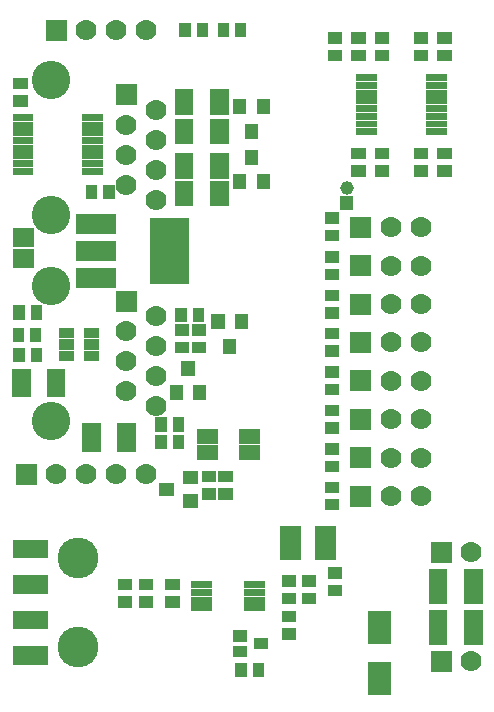
<source format=gbr>
G04 start of page 7 for group -4062 idx -4062 *
G04 Title: (unknown), soldermask *
G04 Creator: pcb 1.99z *
G04 CreationDate: Wed 09 Mar 2011 16:43:30 GMT UTC *
G04 For: richard *
G04 Format: Gerber/RS-274X *
G04 PCB-Dimensions: 165354 236220 *
G04 PCB-Coordinate-Origin: lower left *
%MOIN*%
%FSLAX25Y25*%
%LNBACKMASK*%
%ADD11C,0.0200*%
%ADD29R,0.0340X0.0340*%
%ADD33C,0.1280*%
%ADD47C,0.0700*%
%ADD48C,0.1360*%
%ADD49C,0.0453*%
%ADD51R,0.0382X0.0382*%
%ADD52R,0.0440X0.0440*%
%ADD55R,0.0630X0.0630*%
%ADD56R,0.0660X0.0660*%
%ADD57R,0.0612X0.0612*%
%ADD58R,0.0230X0.0230*%
%ADD59R,0.1320X0.1320*%
%ADD60R,0.0390X0.0390*%
%ADD61R,0.0700X0.0700*%
%ADD62R,0.0494X0.0494*%
%ADD63R,0.0749X0.0749*%
G54D11*G36*
X37248Y142201D02*Y135201D01*
X44248D01*
Y142201D01*
X37248D01*
G37*
G54D47*X50748Y133701D03*
G54D33*X15748Y143701D03*
G54D47*X40748Y177598D03*
G54D33*X15748Y167598D03*
G54D47*X50748Y172598D03*
Y103701D03*
X40748Y108701D03*
X50748Y123701D03*
X40748Y128701D03*
Y118701D03*
X50748Y113701D03*
G54D48*X24606Y53149D03*
Y23621D03*
G54D33*X15748Y98701D03*
G54D11*G36*
X3903Y84602D02*Y77602D01*
X10903D01*
Y84602D01*
X3903D01*
G37*
G54D47*X17403Y81102D03*
X27403D03*
X37403D03*
X47403D03*
G54D11*G36*
X115437Y166885D02*Y159885D01*
X122437D01*
Y166885D01*
X115437D01*
G37*
G54D47*X128937Y163385D03*
X138937D03*
G54D11*G36*
X111909Y173779D02*Y169251D01*
X116437D01*
Y173779D01*
X111909D01*
G37*
G36*
X115437Y128500D02*Y121500D01*
X122437D01*
Y128500D01*
X115437D01*
G37*
G36*
Y115704D02*Y108704D01*
X122437D01*
Y115704D01*
X115437D01*
G37*
G54D47*X128937Y125000D03*
X138937D03*
G54D11*G36*
X115437Y141295D02*Y134295D01*
X122437D01*
Y141295D01*
X115437D01*
G37*
G54D47*X128937Y137795D03*
X138937D03*
G54D49*X114173Y176515D03*
G54D11*G36*
X115437Y154090D02*Y147090D01*
X122437D01*
Y154090D01*
X115437D01*
G37*
G54D47*X128937Y150590D03*
X138937D03*
G54D11*G36*
X142169Y22200D02*Y15200D01*
X149169D01*
Y22200D01*
X142169D01*
G37*
G54D47*X155669Y18700D03*
G54D11*G36*
X142169Y58618D02*Y51618D01*
X149169D01*
Y58618D01*
X142169D01*
G37*
G54D47*X155669Y55118D03*
X128937Y112204D03*
X138937D03*
G54D11*G36*
X115437Y102909D02*Y95909D01*
X122437D01*
Y102909D01*
X115437D01*
G37*
G54D47*X128937Y99409D03*
X138937D03*
G54D11*G36*
X115437Y90114D02*Y83114D01*
X122437D01*
Y90114D01*
X115437D01*
G37*
G54D47*X128937Y86614D03*
X138937D03*
G54D11*G36*
X115437Y77318D02*Y70318D01*
X122437D01*
Y77318D01*
X115437D01*
G37*
G54D47*X128937Y73818D03*
X138937D03*
X50748Y192598D03*
X40748Y187598D03*
G54D11*G36*
X13823Y232633D02*Y225633D01*
X20823D01*
Y232633D01*
X13823D01*
G37*
G54D47*X27323Y229133D03*
X37323D03*
X47323D03*
X40748Y197598D03*
G54D11*G36*
X37248Y211098D02*Y204098D01*
X44248D01*
Y211098D01*
X37248D01*
G37*
G54D47*X50748Y202598D03*
Y182598D03*
G54D33*X15748Y212598D03*
G54D51*X60236Y229617D02*Y228649D01*
X66070Y229617D02*Y228649D01*
X73067Y229617D02*Y228649D01*
X78901Y229617D02*Y228649D01*
G54D52*X75233Y123990D02*Y123390D01*
X65238Y108524D02*Y107924D01*
X57438Y108524D02*Y107924D01*
X61338Y116724D02*Y116124D01*
G54D51*X64477Y123300D02*X65445D01*
X58769D02*X59737D01*
X64477Y129134D02*X65445D01*
X58769D02*X59737D01*
X59055Y134736D02*Y133768D01*
X64889Y134736D02*Y133768D01*
G54D29*X28348Y128241D02*X29948D01*
X20148D02*X21748D01*
G54D51*X10558Y128043D02*Y127075D01*
X4958Y135523D02*Y134555D01*
X10792Y135523D02*Y134555D01*
G54D29*X28348Y124341D02*X29948D01*
X28348Y120441D02*X29948D01*
X20148D02*X21748D01*
X20148Y124341D02*X21748D01*
G54D51*X4957Y121350D02*Y120382D01*
X10791Y121350D02*Y120382D01*
G54D55*X17323Y113017D02*Y109817D01*
G54D56*X27418Y146512D02*X34018D01*
X27418Y155512D02*X34018D01*
G54D57*X6103Y152952D02*X6889D01*
X6103Y160038D02*X6889D01*
G54D56*X27418Y164612D02*X34018D01*
G54D51*X34967Y175681D02*Y174713D01*
X29133Y175681D02*Y174713D01*
G54D58*X3996Y182089D02*X8602D01*
X3996Y184648D02*X8602D01*
X3996Y187207D02*X8602D01*
X3996Y189766D02*X8602D01*
X3996Y192324D02*X8602D01*
X3996Y194883D02*X8602D01*
X3996Y197442D02*X8602D01*
X3996Y200001D02*X8602D01*
G54D51*X5027Y211346D02*X5995D01*
X5027Y205512D02*X5995D01*
G54D58*X27224Y200001D02*X31830D01*
X27224Y197442D02*X31830D01*
X27224Y194883D02*X31830D01*
X27224Y192324D02*X31830D01*
X27224Y189766D02*X31830D01*
X27224Y187207D02*X31830D01*
X27224Y184648D02*X31830D01*
X27224Y182089D02*X31830D01*
G54D52*X79133Y132190D02*Y131590D01*
G54D57*X60039Y185038D02*Y182676D01*
X71849Y185038D02*Y182676D01*
X60039Y206299D02*Y203937D01*
X71849Y206299D02*Y203937D01*
X60039Y196457D02*Y194095D01*
X71849Y196457D02*Y194095D01*
G54D52*X71333Y132190D02*Y131590D01*
G54D57*X60039Y175787D02*Y173425D01*
X71849Y175787D02*Y173425D01*
G54D52*X86380Y178911D02*Y178311D01*
X78580Y178911D02*Y178311D01*
X82480Y187111D02*Y186511D01*
G54D59*X55118Y160012D02*Y151012D01*
G54D52*X78580Y203972D02*Y203372D01*
X86380Y203972D02*Y203372D01*
X82480Y195772D02*Y195172D01*
G54D51*X108768Y147673D02*X109736D01*
X108768Y134878D02*X109736D01*
X108768Y140712D02*X109736D01*
X108768Y109287D02*X109736D01*
X108768Y115121D02*X109736D01*
X108768Y122083D02*X109736D01*
X108768Y127917D02*X109736D01*
G54D58*X81200Y44231D02*X85806D01*
X81200Y41672D02*X85806D01*
X81200Y39114D02*X85806D01*
X81200Y36555D02*X85806D01*
G54D51*X78973Y16232D02*Y15264D01*
X84807Y16232D02*Y15264D01*
G54D60*X78330Y22006D02*X78930D01*
X78330Y27106D02*X78930D01*
X85330Y24606D02*X85930D01*
G54D51*X94397Y45436D02*X95365D01*
X101091D02*X102059D01*
G54D61*X95518Y60188D02*Y55952D01*
G54D51*X94397Y39602D02*X95365D01*
X101091D02*X102059D01*
X94398Y33625D02*X95366D01*
X94398Y27791D02*X95366D01*
G54D57*X6103Y32479D02*X11613D01*
X6103Y20669D02*X11613D01*
X6103Y44291D02*X11613D01*
X6103Y56101D02*X11613D01*
G54D55*X5723Y113017D02*Y109817D01*
G54D51*X4724Y128043D02*Y127075D01*
G54D52*X61880Y72181D02*X62480D01*
X53680Y76081D02*X54280D01*
G54D51*X67823Y74481D02*X68791D01*
X73335D02*X74303D01*
G54D58*X63484Y36555D02*X68090D01*
G54D51*X55618Y38457D02*X56586D01*
G54D58*X63484Y39114D02*X68090D01*
X63484Y41672D02*X68090D01*
X63484Y44231D02*X68090D01*
G54D51*X55618Y44291D02*X56586D01*
X46760D02*X47728D01*
X46760Y38457D02*X47728D01*
X39869D02*X40837D01*
X39869Y44291D02*X40837D01*
G54D62*X66929Y88188D02*X68897D01*
G54D52*X61880Y79981D02*X62480D01*
G54D51*X67823Y80315D02*X68791D01*
X73335D02*X74303D01*
G54D62*X66929Y93700D02*X68897D01*
G54D51*X58196Y98122D02*Y97154D01*
X52362Y98122D02*Y97154D01*
X58196Y92216D02*Y91248D01*
X52362Y92216D02*Y91248D01*
G54D62*X80709Y93700D02*X82677D01*
X80709Y88188D02*X82677D01*
G54D55*X29134Y94907D02*Y91707D01*
X40734Y94907D02*Y91707D01*
G54D51*X108768Y160665D02*X109736D01*
X108768Y166499D02*X109736D01*
X108768Y153507D02*X109736D01*
X117626Y182122D02*X118594D01*
X117626Y187956D02*X118594D01*
X125499Y187957D02*X126467D01*
X125499Y182123D02*X126467D01*
X138492Y182121D02*X139460D01*
X138492Y187955D02*X139460D01*
X146366Y187956D02*X147334D01*
X146366Y182122D02*X147334D01*
G54D58*X141791Y197834D02*X146397D01*
X141791Y195275D02*X146397D01*
G54D51*X146366Y220705D02*X147334D01*
G54D58*X141791Y213187D02*X146397D01*
G54D51*X146366Y226539D02*X147334D01*
G54D58*X141791Y210628D02*X146397D01*
X141791Y208069D02*X146397D01*
X141791Y205510D02*X146397D01*
X141791Y202952D02*X146397D01*
X141791Y200393D02*X146397D01*
G54D51*X138492Y226539D02*X139460D01*
X138492Y220705D02*X139460D01*
X125500D02*X126468D01*
X125500Y226539D02*X126468D01*
X117626D02*X118594D01*
X117626Y220705D02*X118594D01*
X109752Y226539D02*X110720D01*
X109752Y220705D02*X110720D01*
G54D58*X118563Y195275D02*X123169D01*
X118563Y197834D02*X123169D01*
X118563Y200393D02*X123169D01*
X118563Y202952D02*X123169D01*
X118563Y205510D02*X123169D01*
X118563Y208069D02*X123169D01*
X118563Y210628D02*X123169D01*
X118563Y213187D02*X123169D01*
G54D51*X108768Y96492D02*X109736D01*
X108768Y102326D02*X109736D01*
X108768Y89531D02*X109736D01*
X108768Y76735D02*X109736D01*
X108768Y83697D02*X109736D01*
X108768Y70901D02*X109736D01*
G54D61*X107238Y60188D02*Y55952D01*
G54D51*X109752Y48192D02*X110720D01*
X109752Y42358D02*X110720D01*
G54D57*X144686Y46455D02*Y40945D01*
X156496Y46455D02*Y40945D01*
X144686Y32676D02*Y27166D01*
X156496Y32676D02*Y27166D01*
G54D63*X125197Y31692D02*Y28149D01*
Y14763D02*Y11220D01*
M02*

</source>
